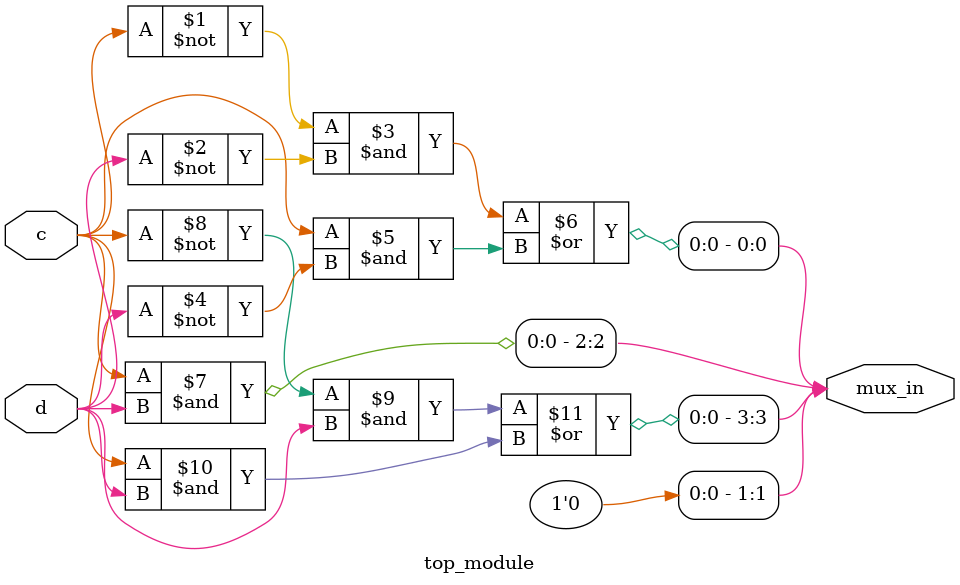
<source format=sv>
module top_module (
	input c,
	input d,
	output [3:0] mux_in
);

	assign mux_in[0] = (~c & ~d) | (c & ~d);
	assign mux_in[1] = 0;
	assign mux_in[2] = (c & d);
	assign mux_in[3] = (~c & d) | (c & d);

endmodule

</source>
